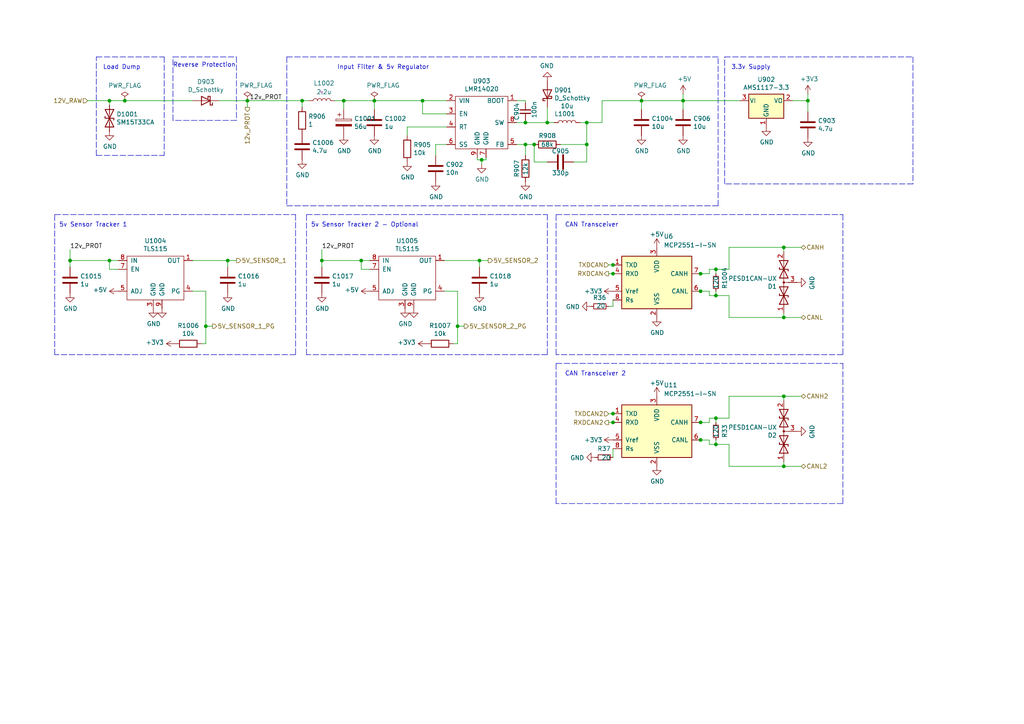
<source format=kicad_sch>
(kicad_sch (version 20211123) (generator eeschema)
  (paper "A4")
  (title_block (title "rusEfi Proteus") (date "2022-04-09") (rev "v0.7") (company "rusEFI") (comment 1 "github.com/mck1117/proteus") (comment 2 "rusefi.com/s/proteus"))
  (lib_symbols
    (symbol "Device:C" (pin_numbers hide) (pin_names (offset 0.254))
      (property "Reference" "C" (at 0.635 2.54 0))
      (property "Value" "C" (at 0.635 -2.54 0))
      (symbol "C_0_1"
        (polyline (pts (xy -2.032 -0.762) (xy 2.032 -0.762)) (stroke (width 0.508)))
        (polyline (pts (xy -2.032 0.762) (xy 2.032 0.762)) (stroke (width 0.508)))
      )
      (symbol "C_1_1"
        (pin passive line (at 0 3.81 270) (length 2.794) (name "~") (number "1"))
        (pin passive line (at 0 -3.81 90) (length 2.794) (name "~") (number "2"))
      )
    )
    (symbol "Device:CP" (pin_numbers hide) (pin_names (offset 0.254))
      (property "Reference" "C" (at 0.635 2.54 0))
      (property "Value" "Device_CP" (at 0.635 -2.54 0))
      (symbol "CP_0_1"
        (rectangle (start -2.286 0.508) (end 2.286 1.016))
        (polyline (pts (xy -1.778 2.286) (xy -0.762 2.286)))
        (polyline (pts (xy -1.27 2.794) (xy -1.27 1.778)))
        (rectangle (start 2.286 -0.508) (end -2.286 -1.016) (fill (type outline)))
      )
      (symbol "CP_1_1"
        (pin passive line (at 0 3.81 270) (length 2.794) (name "~") (number "1"))
        (pin passive line (at 0 -3.81 90) (length 2.794) (name "~") (number "2"))
      )
    )
    (symbol "Device:C_Small" (pin_numbers hide) (pin_names (offset 0.254) hide)
      (property "Reference" "C" (at 0.254 1.778 0))
      (property "Value" "C_Small" (at 0.254 -2.032 0))
      (symbol "C_Small_0_1"
        (polyline (pts (xy -1.524 -0.508) (xy 1.524 -0.508)) (stroke (width 0.3302)))
        (polyline (pts (xy -1.524 0.508) (xy 1.524 0.508)) (stroke (width 0.3048)))
      )
      (symbol "C_Small_1_1"
        (pin passive line (at 0 2.54 270) (length 2.032) (name "~") (number "1"))
        (pin passive line (at 0 -2.54 90) (length 2.032) (name "~") (number "2"))
      )
    )
    (symbol "Device:D_Schottky" (pin_numbers hide) (pin_names (offset 1.016) hide)
      (property "Reference" "D" (at 0 2.54 0))
      (property "Value" "D_Schottky" (at 0 -2.54 0))
      (symbol "D_Schottky_0_1"
        (polyline (pts (xy 1.27 0) (xy -1.27 0)))
        (polyline (pts (xy 1.27 1.27) (xy 1.27 -1.27) (xy -1.27 0) (xy 1.27 1.27)) (stroke (width 0.254)))
        (polyline (pts (xy -1.905 0.635) (xy -1.905 1.27) (xy -1.27 1.27) (xy -1.27 -1.27) (xy -0.635 -1.27) (xy -0.635 -0.635)) (stroke (width 0.254)))
      )
      (symbol "D_Schottky_1_1"
        (pin passive line (at -3.81 0 0) (length 2.54) (name "K") (number "1"))
        (pin passive line (at 3.81 0 180) (length 2.54) (name "A") (number "2"))
      )
    )
    (symbol "Device:D_TVS" (pin_numbers hide) (pin_names (offset 1.016) hide)
      (property "Reference" "D" (at 0 2.54 0))
      (property "Value" "D_TVS" (at 0 -2.54 0))
      (symbol "D_TVS_0_1"
        (polyline (pts (xy 1.27 0) (xy -1.27 0)))
        (polyline (pts (xy 0.508 1.27) (xy 0 1.27) (xy 0 -1.27) (xy -0.508 -1.27)) (stroke (width 0.254)))
        (polyline (pts (xy -2.54 1.27) (xy -2.54 -1.27) (xy 2.54 1.27) (xy 2.54 -1.27) (xy -2.54 1.27)) (stroke (width 0.254)))
      )
      (symbol "D_TVS_1_1"
        (pin passive line (at -3.81 0 0) (length 2.54) (name "A1") (number "1"))
        (pin passive line (at 3.81 0 180) (length 2.54) (name "A2") (number "2"))
      )
    )
    (symbol "Device:D_TVS_x2_AAC" (pin_names (offset 1.016) hide)
      (property "Reference" "D" (at 0 4.445 0))
      (property "Value" "Device_D_TVS_x2_AAC" (at 0 2.54 0))
      (symbol "D_TVS_x2_AAC_0_0"
        (polyline (pts (xy 0 -1.27) (xy 0 0)))
      )
      (symbol "D_TVS_x2_AAC_0_1"
        (polyline (pts (xy -6.35 0) (xy 6.35 0)))
        (polyline (pts (xy -3.302 1.27) (xy -3.81 1.27) (xy -3.81 -1.27) (xy -4.318 -1.27)) (stroke (width 0.254)))
        (polyline (pts (xy 4.318 1.27) (xy 3.81 1.27) (xy 3.81 -1.27) (xy 3.302 -1.27)) (stroke (width 0.254)))
        (polyline (pts (xy -6.35 1.27) (xy -1.27 -1.27) (xy -1.27 1.27) (xy -6.35 -1.27) (xy -6.35 1.27)) (stroke (width 0.254)))
        (polyline (pts (xy 6.35 1.27) (xy 1.27 -1.27) (xy 1.27 1.27) (xy 6.35 -1.27) (xy 6.35 1.27)) (stroke (width 0.254)))
        (circle (center 0 0) (radius 0.254) (fill (type outline)))
      )
      (symbol "D_TVS_x2_AAC_1_1"
        (pin passive line (at -8.89 0 0) (length 2.54) (name "A1") (number "1"))
        (pin passive line (at 8.89 0 180) (length 2.54) (name "A2") (number "2"))
        (pin input line (at 0 -3.81 90) (length 2.54) (name "common") (number "3"))
      )
    )
    (symbol "Device:L" (pin_numbers hide) (pin_names (offset 1.016) hide)
      (property "Reference" "L" (at -1.27 0 90))
      (property "Value" "L" (at 1.905 0 90))
      (symbol "L_0_1"
        (arc (start 0 -2.54) (mid 0.635 -1.905) (end 0 -1.27))
        (arc (start 0 -1.27) (mid 0.635 -0.635) (end 0 0))
        (arc (start 0 0) (mid 0.635 0.635) (end 0 1.27))
        (arc (start 0 1.27) (mid 0.635 1.905) (end 0 2.54))
      )
      (symbol "L_1_1"
        (pin passive line (at 0 3.81 270) (length 1.27) (name "1") (number "1"))
        (pin passive line (at 0 -3.81 90) (length 1.27) (name "2") (number "2"))
      )
    )
    (symbol "Device:R" (pin_numbers hide) (pin_names (offset 0))
      (property "Reference" "R" (at 2.032 0 90))
      (property "Value" "R" (at 0 0 90))
      (symbol "R_0_1"
        (rectangle (start -1.016 -2.54) (end 1.016 2.54) (stroke (width 0.254)))
      )
      (symbol "R_1_1"
        (pin passive line (at 0 3.81 270) (length 1.27) (name "~") (number "1"))
        (pin passive line (at 0 -3.81 90) (length 1.27) (name "~") (number "2"))
      )
    )
    (symbol "Device:R_Small" (pin_numbers hide) (pin_names (offset 0.254) hide)
      (property "Reference" "R" (at 0.762 0.508 0))
      (property "Value" "R_Small" (at 0.762 -1.016 0))
      (symbol "R_Small_0_1"
        (rectangle (start -0.762 1.778) (end 0.762 -1.778) (stroke (width 0.2032)))
      )
      (symbol "R_Small_1_1"
        (pin passive line (at 0 2.54 270) (length 0.762) (name "~") (number "1"))
        (pin passive line (at 0 -2.54 90) (length 0.762) (name "~") (number "2"))
      )
    )
    (symbol "Interface_CAN_LIN:MCP2551-I-SN" (pin_names (offset 1.016))
      (property "Reference" "U" (at -10.16 8.89 0))
      (property "Value" "MCP2551-I-SN" (at 2.54 8.89 0))
      (symbol "MCP2551-I-SN_0_1"
        (rectangle (start -10.16 7.62) (end 10.16 -7.62) (stroke (width 0.254)) (fill (type background)))
      )
      (symbol "MCP2551-I-SN_1_1"
        (pin input line (at -12.7 5.08 0) (length 2.54) (name "TXD") (number "1"))
        (pin power_in line (at 0 -10.16 90) (length 2.54) (name "VSS") (number "2"))
        (pin power_in line (at 0 10.16 270) (length 2.54) (name "VDD") (number "3"))
        (pin output line (at -12.7 2.54 0) (length 2.54) (name "RXD") (number "4"))
        (pin power_out line (at -12.7 -2.54 0) (length 2.54) (name "Vref") (number "5"))
        (pin bidirectional line (at 12.7 -2.54 180) (length 2.54) (name "CANL") (number "6"))
        (pin bidirectional line (at 12.7 2.54 180) (length 2.54) (name "CANH") (number "7"))
        (pin input line (at -12.7 -5.08 0) (length 2.54) (name "Rs") (number "8"))
      )
    )
    (symbol "Regulator_Linear:AMS1117-3.3" (pin_names (offset 0.254))
      (property "Reference" "U" (at -3.81 3.175 0))
      (property "Value" "AMS1117-3.3" (at 0 3.175 0))
      (symbol "AMS1117-3.3_0_1"
        (rectangle (start -5.08 -5.08) (end 5.08 1.905) (stroke (width 0.254)) (fill (type background)))
      )
      (symbol "AMS1117-3.3_1_1"
        (pin power_in line (at 0 -7.62 90) (length 2.54) (name "GND") (number "1"))
        (pin power_out line (at 7.62 0 180) (length 2.54) (name "VO") (number "2"))
        (pin power_in line (at -7.62 0 0) (length 2.54) (name "VI") (number "3"))
      )
    )
    (symbol "infineon_psu:TLS115" (pin_names (offset 1.016))
      (property "Reference" "U" (at -6.35 -10.16 0))
      (property "Value" "TLS115" (at -3.81 5.08 0))
      (symbol "TLS115_0_1"
        (rectangle (start -7.62 3.81) (end 8.89 -8.89))
      )
      (symbol "TLS115_1_1"
        (pin output line (at 11.43 2.54 180) (length 2.54) (name "OUT") (number "1"))
        (pin no_connect line (at 0 0 0) (length 2.54) hide (name "~") (number "2"))
        (pin power_in line (at 0 -11.43 90) (length 2.54) (name "GND") (number "3"))
        (pin open_collector line (at 11.43 -6.35 180) (length 2.54) (name "PG") (number "4"))
        (pin input line (at -10.16 -6.35 0) (length 2.54) (name "ADJ") (number "5"))
        (pin no_connect line (at 0 -2.54 0) (length 2.54) hide (name "~") (number "6"))
        (pin input line (at -10.16 0 0) (length 2.54) (name "EN") (number "7"))
        (pin power_in line (at -10.16 2.54 0) (length 2.54) (name "IN") (number "8"))
        (pin power_in line (at 2.54 -11.43 90) (length 2.54) (name "GND") (number "9"))
      )
    )
    (symbol "lmr14020:LMR14020" (pin_names (offset 1.016))
      (property "Reference" "U" (at -3.81 -11.43 0))
      (property "Value" "LMR14020" (at 2.54 8.89 0))
      (symbol "LMR14020_0_1"
        (rectangle (start -5.08 -8.89) (end 10.16 6.35))
      )
      (symbol "LMR14020_1_1"
        (pin bidirectional line (at 12.7 5.08 180) (length 2.54) (name "BOOT") (number "1"))
        (pin power_in line (at -7.62 5.08 0) (length 2.54) (name "VIN") (number "2"))
        (pin input line (at -7.62 1.27 0) (length 2.54) (name "EN") (number "3"))
        (pin bidirectional line (at -7.62 -2.54 0) (length 2.54) (name "RT") (number "4"))
        (pin input line (at 12.7 -7.62 180) (length 2.54) (name "FB") (number "5"))
        (pin bidirectional line (at -7.62 -7.62 0) (length 2.54) (name "SS") (number "6"))
        (pin power_in line (at 3.81 -11.43 90) (length 2.54) (name "GND") (number "7"))
        (pin power_out line (at 12.7 -1.27 180) (length 2.54) (name "SW") (number "8"))
        (pin power_in line (at 1.27 -11.43 90) (length 2.54) (name "GND") (number "9"))
      )
    )
    (symbol "power:+3.3V" (power) (pin_names (offset 0))
      (property "Value" "+3.3V" (at 0 3.556 0))
      (symbol "+3.3V_0_1"
        (polyline (pts (xy -0.762 1.27) (xy 0 2.54)))
        (polyline (pts (xy 0 0) (xy 0 2.54)))
        (polyline (pts (xy 0 2.54) (xy 0.762 1.27)))
      )
      (symbol "+3.3V_1_1"
        (pin power_in line (at 0 0 90) (length 0) hide (name "+3V3") (number "1"))
      )
    )
    (symbol "power:+5V" (power) (pin_names (offset 0))
      (property "Value" "+5V" (at 0 3.556 0))
      (symbol "+5V_0_1"
        (polyline (pts (xy -0.762 1.27) (xy 0 2.54)))
        (polyline (pts (xy 0 0) (xy 0 2.54)))
        (polyline (pts (xy 0 2.54) (xy 0.762 1.27)))
      )
      (symbol "+5V_1_1"
        (pin power_in line (at 0 0 90) (length 0) hide (name "+5V") (number "1"))
      )
    )
    (symbol "power:GND" (power) (pin_names (offset 0))
      (property "Value" "GND" (at 0 -3.81 0))
      (symbol "GND_0_1"
        (polyline (pts (xy 0 0) (xy 0 -1.27) (xy 1.27 -1.27) (xy 0 -2.54) (xy -1.27 -1.27) (xy 0 -1.27)))
      )
      (symbol "GND_1_1"
        (pin power_in line (at 0 0 270) (length 0) hide (name "GND") (number "1"))
      )
    )
    (symbol "power:PWR_FLAG" (power) (pin_numbers hide) (pin_names (offset 0) hide)
      (property "Value" "PWR_FLAG" (at 0 3.81 0))
      (symbol "PWR_FLAG_0_0"
        (pin power_out line (at 0 0 90) (length 0) (name "pwr") (number "1"))
      )
      (symbol "PWR_FLAG_0_1"
        (polyline (pts (xy 0 0) (xy 0 1.27) (xy -1.016 1.905) (xy 0 2.54) (xy 1.016 1.905) (xy 0 1.27)))
      )
    )
  )
  (junction (at 36.195 29.21))
  (junction (at 203.1939 79.3912))
  (junction (at 108.585 29.21))
  (junction (at 170.18 35.56))
  (junction (at 122.555 29.21))
  (junction (at 152.4 41.91))
  (junction (at 139.7 46.355))
  (junction (at 207.645 78.105))
  (junction (at 177.7939 79.3912))
  (junction (at 20.32 75.565))
  (junction (at 203.1992 127.596))
  (junction (at 227.33 114.935))
  (junction (at 207.645 128.905))
  (junction (at 227.33 92.075))
  (junction (at 87.63 29.21))
  (junction (at 66.04 75.565))
  (junction (at 59.69 94.615))
  (junction (at 104.775 75.565))
  (junction (at 158.75 35.56))
  (junction (at 198.12 29.21))
  (junction (at 132.715 94.615))
  (junction (at 186.055 29.21))
  (junction (at 93.345 75.565))
  (junction (at 139.065 75.565))
  (junction (at 99.695 29.21))
  (junction (at 177.7992 119.976))
  (junction (at 177.7992 122.516))
  (junction (at 207.645 85.725))
  (junction (at 234.315 29.21))
  (junction (at 31.75 75.565))
  (junction (at 170.18 41.91))
  (junction (at 71.755 29.21))
  (junction (at 152.4 35.56))
  (junction (at 207.645 121.285))
  (junction (at 227.33 71.755))
  (junction (at 154.94 41.91))
  (junction (at 203.1939 84.4712))
  (junction (at 203.1992 122.516))
  (junction (at 227.33 135.255))
  (junction (at 177.7939 76.8512))
  (junction (at 31.75 29.21))
  (wire (pts (xy 205.74 127.635) (xy 205.74 128.905)))
  (wire (pts (xy 177.7939 87.0112) (xy 177.7939 88.8557)))
  (polyline (pts (xy 158.75 102.87) (xy 88.9 102.87)))
  (wire (pts (xy 132.715 84.455) (xy 132.715 94.615)))
  (wire (pts (xy 207.645 121.285) (xy 211.455 121.285)))
  (wire (pts (xy 229.87 29.21) (xy 234.315 29.21)))
  (wire (pts (xy 170.18 41.91) (xy 170.18 46.99)))
  (polyline (pts (xy 161.29 146.05) (xy 161.29 105.41)))
  (wire (pts (xy 227.33 71.755) (xy 211.455 71.755)))
  (polyline (pts (xy 158.75 62.23) (xy 158.75 102.87)))
  (wire (pts (xy 99.695 29.21) (xy 99.695 31.75)))
  (polyline (pts (xy 88.9 62.23) (xy 158.75 62.23)))
  (wire (pts (xy 176.53 122.555) (xy 177.8 122.555)))
  (wire (pts (xy 36.195 29.21) (xy 31.75 29.21)))
  (wire (pts (xy 68.58 75.565) (xy 66.04 75.565)))
  (wire (pts (xy 134.62 94.615) (xy 132.715 94.615)))
  (wire (pts (xy 61.595 94.615) (xy 59.69 94.615)))
  (wire (pts (xy 152.4 41.91) (xy 152.4 45.085)))
  (wire (pts (xy 207.645 78.105) (xy 205.74 78.105)))
  (polyline (pts (xy 50.165 16.51) (xy 68.58 16.51)))
  (wire (pts (xy 152.4 41.91) (xy 154.94 41.91)))
  (wire (pts (xy 152.4 34.925) (xy 152.4 35.56)))
  (wire (pts (xy 205.74 79.375) (xy 205.74 78.105)))
  (wire (pts (xy 232.41 114.935) (xy 227.33 114.935)))
  (wire (pts (xy 211.455 128.905) (xy 207.645 128.905)))
  (wire (pts (xy 140.97 46.355) (xy 140.97 45.72)))
  (wire (pts (xy 108.585 29.21) (xy 122.555 29.21)))
  (polyline (pts (xy 27.94 45.085) (xy 27.94 16.51)))
  (wire (pts (xy 203.2 122.555) (xy 205.74 122.555)))
  (wire (pts (xy 207.645 78.105) (xy 211.455 78.105)))
  (wire (pts (xy 31.75 78.105) (xy 31.75 75.565)))
  (wire (pts (xy 126.365 45.085) (xy 126.365 41.91)))
  (wire (pts (xy 87.63 29.21) (xy 87.63 31.115)))
  (polyline (pts (xy 208.28 16.51) (xy 83.185 16.51)))
  (wire (pts (xy 132.715 99.695) (xy 132.715 94.615)))
  (wire (pts (xy 138.43 46.355) (xy 139.7 46.355)))
  (wire (pts (xy 174.625 35.56) (xy 174.625 29.21)))
  (wire (pts (xy 131.445 99.695) (xy 132.715 99.695)))
  (wire (pts (xy 107.315 78.105) (xy 104.775 78.105)))
  (wire (pts (xy 55.88 75.565) (xy 66.04 75.565)))
  (wire (pts (xy 227.33 71.755) (xy 227.33 73.025)))
  (wire (pts (xy 211.455 85.725) (xy 207.645 85.725)))
  (polyline (pts (xy 88.9 102.87) (xy 88.9 62.23)))
  (wire (pts (xy 227.33 135.255) (xy 211.455 135.255)))
  (polyline (pts (xy 264.795 16.51) (xy 264.795 53.34)))
  (wire (pts (xy 198.12 27.305) (xy 198.12 29.21)))
  (wire (pts (xy 162.56 41.91) (xy 170.18 41.91)))
  (wire (pts (xy 227.33 92.075) (xy 211.455 92.075)))
  (polyline (pts (xy 208.28 59.69) (xy 208.28 16.51)))
  (wire (pts (xy 122.555 29.21) (xy 122.555 33.02)))
  (polyline (pts (xy 210.185 53.34) (xy 210.185 16.51)))
  (wire (pts (xy 170.18 35.56) (xy 174.625 35.56)))
  (wire (pts (xy 152.4 29.21) (xy 152.4 29.845)))
  (wire (pts (xy 139.7 46.355) (xy 140.97 46.355)))
  (polyline (pts (xy 210.185 16.51) (xy 264.795 16.51)))
  (wire (pts (xy 177.8 120.015) (xy 176.53 120.015)))
  (wire (pts (xy 154.94 46.99) (xy 154.94 41.91)))
  (wire (pts (xy 99.695 29.21) (xy 108.585 29.21)))
  (wire (pts (xy 177.8 76.835) (xy 176.53 76.835)))
  (wire (pts (xy 176.53 79.375) (xy 177.8 79.375)))
  (wire (pts (xy 207.645 79.375) (xy 207.645 78.105)))
  (wire (pts (xy 203.2 84.455) (xy 205.74 84.455)))
  (wire (pts (xy 108.585 31.75) (xy 108.585 29.21)))
  (wire (pts (xy 227.33 92.075) (xy 227.33 90.805)))
  (wire (pts (xy 234.315 27.305) (xy 234.315 29.21)))
  (polyline (pts (xy 244.475 105.41) (xy 244.475 146.05)))
  (polyline (pts (xy 47.625 16.51) (xy 47.625 45.085)))
  (wire (pts (xy 118.11 36.83) (xy 129.54 36.83)))
  (wire (pts (xy 55.88 84.455) (xy 59.69 84.455)))
  (polyline (pts (xy 85.725 62.23) (xy 85.725 102.87)))
  (polyline (pts (xy 27.94 16.51) (xy 47.625 16.51)))
  (polyline (pts (xy 83.185 59.69) (xy 208.28 59.69)))
  (wire (pts (xy 58.42 99.695) (xy 59.69 99.695)))
  (wire (pts (xy 227.33 114.935) (xy 227.33 116.205)))
  (wire (pts (xy 227.33 135.255) (xy 227.33 133.985)))
  (wire (pts (xy 207.645 121.285) (xy 205.74 121.285)))
  (wire (pts (xy 186.055 29.21) (xy 198.12 29.21)))
  (wire (pts (xy 63.5 29.21) (xy 71.755 29.21)))
  (wire (pts (xy 198.12 29.21) (xy 198.12 31.75)))
  (wire (pts (xy 232.41 71.755) (xy 227.33 71.755)))
  (wire (pts (xy 118.11 39.37) (xy 118.11 36.83)))
  (wire (pts (xy 97.155 29.21) (xy 99.695 29.21)))
  (polyline (pts (xy 83.185 16.51) (xy 83.185 59.69)))
  (wire (pts (xy 20.32 77.47) (xy 20.32 75.565)))
  (polyline (pts (xy 244.475 146.05) (xy 161.29 146.05)))
  (wire (pts (xy 128.905 75.565) (xy 139.065 75.565)))
  (wire (pts (xy 186.055 29.21) (xy 186.055 31.75)))
  (wire (pts (xy 122.555 29.21) (xy 129.54 29.21)))
  (polyline (pts (xy 161.29 105.41) (xy 244.475 105.41)))
  (wire (pts (xy 34.29 78.105) (xy 31.75 78.105)))
  (wire (pts (xy 149.86 41.91) (xy 152.4 41.91)))
  (wire (pts (xy 211.455 135.255) (xy 211.455 128.905)))
  (wire (pts (xy 31.75 75.565) (xy 34.29 75.565)))
  (wire (pts (xy 87.63 29.21) (xy 89.535 29.21)))
  (wire (pts (xy 93.345 72.39) (xy 93.345 75.565)))
  (wire (pts (xy 211.455 114.935) (xy 211.455 121.285)))
  (wire (pts (xy 139.065 75.565) (xy 139.065 77.47)))
  (wire (pts (xy 93.345 77.47) (xy 93.345 75.565)))
  (wire (pts (xy 126.365 41.91) (xy 129.54 41.91)))
  (wire (pts (xy 31.75 29.21) (xy 31.75 30.48)))
  (wire (pts (xy 170.18 41.91) (xy 170.18 35.56)))
  (wire (pts (xy 207.645 84.455) (xy 207.645 85.725)))
  (wire (pts (xy 207.645 127.635) (xy 207.645 128.905)))
  (polyline (pts (xy 15.875 102.87) (xy 15.875 62.23)))
  (wire (pts (xy 207.645 128.905) (xy 205.74 128.905)))
  (wire (pts (xy 122.555 33.02) (xy 129.54 33.02)))
  (wire (pts (xy 158.75 46.99) (xy 154.94 46.99)))
  (wire (pts (xy 128.905 84.455) (xy 132.715 84.455)))
  (polyline (pts (xy 50.165 34.925) (xy 50.165 16.51)))
  (wire (pts (xy 20.32 75.565) (xy 31.75 75.565)))
  (polyline (pts (xy 15.875 62.23) (xy 85.725 62.23)))
  (wire (pts (xy 232.41 92.075) (xy 227.33 92.075)))
  (wire (pts (xy 177.7992 130.136) (xy 177.7992 132.663)))
  (polyline (pts (xy 85.725 102.87) (xy 15.875 102.87)))
  (wire (pts (xy 149.86 29.21) (xy 152.4 29.21)))
  (wire (pts (xy 59.69 99.695) (xy 59.69 94.615)))
  (wire (pts (xy 149.86 35.56) (xy 152.4 35.56)))
  (wire (pts (xy 104.775 78.105) (xy 104.775 75.565)))
  (wire (pts (xy 25.4 29.21) (xy 31.75 29.21)))
  (polyline (pts (xy 161.29 62.23) (xy 244.475 62.23)))
  (wire (pts (xy 207.645 85.725) (xy 205.74 85.725)))
  (wire (pts (xy 207.645 122.555) (xy 207.645 121.285)))
  (polyline (pts (xy 27.94 45.085) (xy 47.625 45.085)))
  (wire (pts (xy 168.275 35.56) (xy 170.18 35.56)))
  (wire (pts (xy 55.88 29.21) (xy 36.195 29.21)))
  (wire (pts (xy 71.755 29.21) (xy 87.63 29.21)))
  (wire (pts (xy 174.625 29.21) (xy 186.055 29.21)))
  (polyline (pts (xy 68.58 16.51) (xy 68.58 34.925)))
  (wire (pts (xy 211.455 71.755) (xy 211.455 78.105)))
  (wire (pts (xy 198.12 29.21) (xy 214.63 29.21)))
  (wire (pts (xy 205.74 84.455) (xy 205.74 85.725)))
  (wire (pts (xy 158.75 35.56) (xy 160.655 35.56)))
  (wire (pts (xy 211.455 92.075) (xy 211.455 85.725)))
  (wire (pts (xy 66.04 75.565) (xy 66.04 77.47)))
  (wire (pts (xy 59.69 84.455) (xy 59.69 94.615)))
  (wire (pts (xy 234.315 29.21) (xy 234.315 32.385)))
  (wire (pts (xy 141.605 75.565) (xy 139.065 75.565)))
  (wire (pts (xy 205.74 122.555) (xy 205.74 121.285)))
  (wire (pts (xy 138.43 45.72) (xy 138.43 46.355)))
  (wire (pts (xy 232.41 135.255) (xy 227.33 135.255)))
  (wire (pts (xy 93.345 75.565) (xy 104.775 75.565)))
  (polyline (pts (xy 244.475 102.87) (xy 161.29 102.87)))
  (wire (pts (xy 227.33 114.935) (xy 211.455 114.935)))
  (wire (pts (xy 104.775 75.565) (xy 107.315 75.565)))
  (wire (pts (xy 139.7 47.625) (xy 139.7 46.355)))
  (wire (pts (xy 20.32 72.39) (xy 20.32 75.565)))
  (polyline (pts (xy 68.58 34.925) (xy 50.165 34.925)))
  (wire (pts (xy 203.2 79.375) (xy 205.74 79.375)))
  (wire (pts (xy 170.18 46.99) (xy 166.37 46.99)))
  (wire (pts (xy 152.4 35.56) (xy 158.75 35.56)))
  (wire (pts (xy 203.2 127.635) (xy 205.74 127.635)))
  (wire (pts (xy 158.75 31.115) (xy 158.75 35.56)))
  (wire (pts (xy 71.755 31.115) (xy 71.755 29.21)))
  (polyline (pts (xy 244.475 62.23) (xy 244.475 102.87)))
  (polyline (pts (xy 161.29 102.87) (xy 161.29 62.23)))
  (polyline (pts (xy 264.795 53.34) (xy 210.185 53.34)))
  (wire (pts (xy 177.7939 88.8557) (xy 176.518 88.8557)))
  (text "5v Sensor Tracker 1" (at 17.145 66.04 0) (effects (font (size 1.27 1.27)) (justify left bottom)))
  (text "CAN Transceiver" (at 163.83 66.04 0) (effects (font (size 1.27 1.27)) (justify left bottom)))
  (text "Load Dump" (at 29.845 20.32 0) (effects (font (size 1.27 1.27)) (justify left bottom)))
  (text "Input Filter & 5v Regulator" (at 97.79 20.32 0) (effects (font (size 1.27 1.27)) (justify left bottom)))
  (text "Reverse Protection" (at 50.165 19.685 0) (effects (font (size 1.27 1.27)) (justify left bottom)))
  (text "3.3v Supply" (at 212.09 20.32 0) (effects (font (size 1.27 1.27)) (justify left bottom)))
  (text "5v Sensor Tracker 2 - Optional" (at 90.17 66.04 0) (effects (font (size 1.27 1.27)) (justify left bottom)))
  (text "CAN Transceiver 2" (at 163.83 109.22 0) (effects (font (size 1.27 1.27)) (justify left bottom)))
  (label "12v_PROT" (at 20.32 72.39 0))
  (label "12v_PROT" (at 72.39 29.21 0))
  (label "12v_PROT" (at 93.345 72.39 0))
  (hierarchical_label "RXDCAN" (shape output) (at 176.53 79.375 180))
  (hierarchical_label "5V_SENSOR_2_PG" (shape output) (at 134.62 94.615 0))
  (hierarchical_label "5V_SENSOR_1" (shape output) (at 68.58 75.565 0))
  (hierarchical_label "12V_RAW" (shape input) (at 25.4 29.21 180))
  (hierarchical_label "TXDCAN2" (shape input) (at 176.53 120.015 180))
  (hierarchical_label "12v_PROT" (shape output) (at 71.755 31.115 270))
  (hierarchical_label "CANL" (shape bidirectional) (at 232.41 92.075 0))
  (hierarchical_label "5V_SENSOR_1_PG" (shape output) (at 61.595 94.615 0))
  (hierarchical_label "CANH" (shape bidirectional) (at 232.41 71.755 0))
  (hierarchical_label "CANH2" (shape bidirectional) (at 232.41 114.935 0))
  (hierarchical_label "5V_SENSOR_2" (shape output) (at 141.605 75.565 0))
  (hierarchical_label "TXDCAN" (shape input) (at 176.53 76.835 180))
  (hierarchical_label "CANL2" (shape bidirectional) (at 232.41 135.255 0))
  (hierarchical_label "RXDCAN2" (shape output) (at 176.53 122.555 180))
  (symbol (lib_id "Device:L") (at 164.465 35.56 90) (unit 1)
    (property "Reference" "L1001" (at 163.83 33.02 90))
    (property "Value" "10u" (at 164.465 30.734 90))
    (property "Footprint" "sunlord-MWSA0503:MWSA0503" (effects hide))
    (property "LCSC" "C408412" (effects hide))
    (property "LCSC_ext" "1" (effects hide))
    (property "possible_not_ext" "1" (effects hide))
  )
  (symbol (lib_id "Device:C") (at 186.055 35.56 0) (unit 1)
    (property "Reference" "C1004" (at 188.976 34.3916 0) (effects (justify left)))
    (property "Value" "10u" (at 188.976 36.703 0) (effects (justify left)))
    (property "Footprint" "Capacitor_SMD:C_1206_3216Metric" (effects hide))
    (property "LCSC" "C13585" (effects hide))
    (property "LCSC_ext" "0" (effects hide))
  )
  (symbol (lib_id "power:GND") (at 186.055 39.37 0) (unit 1)
    (property "Reference" "#PWR0102" (effects hide))
    (property "Value" "GND" (at 186.182 43.7642 0))
  )
  (symbol (lib_id "power:GND") (at 99.695 39.37 0) (unit 1)
    (property "Reference" "#PWR0103" (effects hide))
    (property "Value" "GND" (at 99.822 43.7642 0))
  )
  (symbol (lib_id "power:+5V") (at 198.12 27.305 0) (unit 1)
    (property "Reference" "#PWR0105" (effects hide))
    (property "Value" "+5V" (at 198.501 22.9108 0))
  )
  (symbol (lib_id "Device:C") (at 108.585 35.56 0) (unit 1)
    (property "Reference" "C1002" (at 111.506 34.3916 0) (effects (justify left)))
    (property "Value" "1u" (at 111.506 36.703 0) (effects (justify left)))
    (property "Footprint" "Capacitor_SMD:C_0603_1608Metric" (effects hide))
    (property "LCSC" "C15849" (effects hide))
    (property "LCSC_ext" "0" (effects hide))
  )
  (symbol (lib_id "power:GND") (at 108.585 39.37 0) (unit 1)
    (property "Reference" "#PWR0106" (effects hide))
    (property "Value" "GND" (at 108.712 43.7642 0))
  )
  (symbol (lib_id "Device:R_Small") (at 207.645 81.915 0) (mirror y) (unit 1)
    (property "Reference" "R1004" (at 210.185 83.82 90) (effects (justify left)))
    (property "Value" "120" (at 207.645 83.82 90) (effects (justify left)))
    (property "Footprint" "Resistor_SMD:R_0603_1608Metric" (effects hide))
    (property "LCSC" "C22787" (effects hide))
    (property "LCSC_ext" "0" (effects hide))
  )
  (symbol (lib_id "Device:D_TVS") (at 31.75 34.29 270) (unit 1)
    (property "Reference" "D1001" (at 33.7566 33.1216 90) (effects (justify left)))
    (property "Value" "SM15T33CA" (at 33.7566 35.433 90) (effects (justify left)))
    (property "Footprint" "Diode_SMD:D_SMC" (effects hide))
    (property "PN" "SM15T33CA" (effects hide))
    (property "LCSC" "C151281" (effects hide))
    (property "LCSC_ext" "1" (effects hide))
    (property "possible_not_ext" "1" (effects hide))
  )
  (symbol (lib_id "power:GND") (at 31.75 38.1 0) (unit 1)
    (property "Reference" "#PWR01001" (effects hide))
    (property "Value" "GND" (at 31.877 42.4942 0))
  )
  (symbol (lib_id "Device:CP") (at 99.695 35.56 0) (unit 1)
    (property "Reference" "C1001" (at 102.6922 34.3916 0) (effects (justify left)))
    (property "Value" "56u" (at 102.6922 36.703 0) (effects (justify left)))
    (property "Footprint" "Capacitor_THT:CP_Radial_D8.0mm_P3.50mm" (effects hide))
    (property "PN" "EEH-AZF1H560B" (effects hide))
    (property "LCSC" "N/A" (effects hide))
  )
  (symbol (lib_id "power:+3.3V") (at 234.315 27.305 0) (unit 1)
    (property "Reference" "#PWR01017" (effects hide))
    (property "Value" "+3.3V" (at 234.696 22.9108 0))
  )
  (symbol (lib_id "Device:L") (at 93.345 29.21 90) (unit 1)
    (property "Reference" "L1002" (at 93.98 24.13 90))
    (property "Value" "2.2u" (at 93.98 26.67 90))
    (property "Footprint" "Inductor_SMD:L_1210_3225Metric" (effects hide))
    (property "Datasheet" "~" (at 93.345 26.67 90))
    (property "PN" "SRN3015TA-2R2M" (effects hide))
    (property "LCSC" "C36828" (effects hide))
    (property "LCSC_ext" "1" (effects hide))
    (property "possible_not_ext" "1" (effects hide))
  )
  (symbol (lib_id "Device:C") (at 87.63 42.545 0) (unit 1)
    (property "Reference" "C1006" (at 90.551 41.3766 0) (effects (justify left)))
    (property "Value" "4.7u" (at 90.551 43.688 0) (effects (justify left)))
    (property "Footprint" "Capacitor_SMD:C_0603_1608Metric" (effects hide))
    (property "LCSC" "C19666" (effects hide))
    (property "LCSC_ext" "0" (effects hide))
  )
  (symbol (lib_id "power:GND") (at 87.63 46.355 0) (unit 1)
    (property "Reference" "#PWR0111" (effects hide))
    (property "Value" "GND" (at 87.757 50.7492 0))
  )
  (symbol (lib_id "infineon_psu:TLS115") (at 44.45 78.105 0) (unit 1)
    (property "Reference" "U1004" (at 45.085 69.85 0))
    (property "Value" "TLS115" (at 45.085 72.1614 0))
    (property "Footprint" "Package_SO:Infineon_PG-DSO-8-43" (effects hide))
    (property "PN" "TLS115D0E" (effects hide))
    (property "LCSC" "N/A" (effects hide))
  )
  (symbol (lib_id "power:+5V") (at 34.29 84.455 90) (unit 1)
    (property "Reference" "#PWR01028" (effects hide))
    (property "Value" "+5V" (at 31.0388 84.074 90) (effects (justify left)))
  )
  (symbol (lib_id "power:GND") (at 44.45 89.535 0) (unit 1)
    (property "Reference" "#PWR01034" (effects hide))
    (property "Value" "GND" (at 44.577 93.9292 0))
  )
  (symbol (lib_id "power:GND") (at 46.99 89.535 0) (unit 1)
    (property "Reference" "#PWR01035" (effects hide))
    (property "Value" "GND" (effects hide))
  )
  (symbol (lib_id "Device:C") (at 66.04 81.28 0) (unit 1)
    (property "Reference" "C1016" (at 68.961 80.1116 0) (effects (justify left)))
    (property "Value" "1u" (at 68.961 82.423 0) (effects (justify left)))
    (property "Footprint" "Capacitor_SMD:C_0603_1608Metric" (effects hide))
    (property "LCSC" "C15849" (effects hide))
    (property "LCSC_ext" "0" (effects hide))
  )
  (symbol (lib_id "power:GND") (at 66.04 85.09 0) (unit 1)
    (property "Reference" "#PWR01031" (effects hide))
    (property "Value" "GND" (at 66.167 89.4842 0))
  )
  (symbol (lib_id "Device:C") (at 20.32 81.28 0) (unit 1)
    (property "Reference" "C1015" (at 23.241 80.1116 0) (effects (justify left)))
    (property "Value" "1u" (at 23.241 82.423 0) (effects (justify left)))
    (property "Footprint" "Capacitor_SMD:C_0603_1608Metric" (effects hide))
    (property "LCSC" "C15849" (effects hide))
    (property "LCSC_ext" "0" (effects hide))
  )
  (symbol (lib_id "power:GND") (at 20.32 85.09 0) (unit 1)
    (property "Reference" "#PWR01030" (effects hide))
    (property "Value" "GND" (at 20.447 89.4842 0))
  )
  (symbol (lib_id "Device:R") (at 54.61 99.695 270) (unit 1)
    (property "Reference" "R1006" (at 54.61 94.4372 90))
    (property "Value" "10k" (at 54.61 96.7486 90))
    (property "Footprint" "Resistor_SMD:R_0402_1005Metric" (effects hide))
    (property "LCSC" "C25744" (effects hide))
    (property "LCSC_ext" "0" (effects hide))
  )
  (symbol (lib_id "power:+3.3V") (at 50.8 99.695 90) (unit 1)
    (property "Reference" "#PWR01038" (effects hide))
    (property "Value" "+3.3V" (at 47.5488 99.314 90) (effects (justify left)))
  )
  (symbol (lib_id "Device:D_Schottky") (at 59.69 29.21 180) (unit 1)
    (property "Reference" "D903" (at 59.69 23.7236 0))
    (property "Value" "D_Schottky" (at 59.69 26.035 0))
    (property "Footprint" "Diode_SMD:D_SMA" (effects hide))
    (property "LCSC" "C8678" (effects hide))
    (property "LCSC_ext" "0" (effects hide))
  )
  (symbol (lib_id "power:+5V") (at 107.315 84.455 90) (unit 1)
    (property "Reference" "#PWR01029" (effects hide))
    (property "Value" "+5V" (at 104.0638 84.074 90) (effects (justify left)))
  )
  (symbol (lib_id "power:GND") (at 117.475 89.535 0) (unit 1)
    (property "Reference" "#PWR01036" (effects hide))
    (property "Value" "GND" (at 117.602 93.9292 0))
  )
  (symbol (lib_id "power:GND") (at 120.015 89.535 0) (unit 1)
    (property "Reference" "#PWR01037" (effects hide))
    (property "Value" "GND" (effects hide))
  )
  (symbol (lib_id "Device:C") (at 139.065 81.28 0) (unit 1)
    (property "Reference" "C1018" (at 141.986 80.1116 0) (effects (justify left)))
    (property "Value" "1u" (at 141.986 82.423 0) (effects (justify left)))
    (property "Footprint" "Capacitor_SMD:C_0603_1608Metric" (effects hide))
    (property "LCSC" "C15849" (effects hide))
    (property "LCSC_ext" "0" (effects hide))
  )
  (symbol (lib_id "power:GND") (at 139.065 85.09 0) (unit 1)
    (property "Reference" "#PWR01033" (effects hide))
    (property "Value" "GND" (at 139.192 89.4842 0))
  )
  (symbol (lib_id "Device:C") (at 93.345 81.28 0) (unit 1)
    (property "Reference" "C1017" (at 96.266 80.1116 0) (effects (justify left)))
    (property "Value" "1u" (at 96.266 82.423 0) (effects (justify left)))
    (property "Footprint" "Capacitor_SMD:C_0603_1608Metric" (effects hide))
    (property "LCSC" "C15849" (effects hide))
    (property "LCSC_ext" "0" (effects hide))
  )
  (symbol (lib_id "power:GND") (at 93.345 85.09 0) (unit 1)
    (property "Reference" "#PWR01032" (effects hide))
    (property "Value" "GND" (at 93.472 89.4842 0))
  )
  (symbol (lib_id "infineon_psu:TLS115") (at 117.475 78.105 0) (unit 1)
    (property "Reference" "U1005" (at 118.11 69.85 0))
    (property "Value" "TLS115" (at 118.11 72.1614 0))
    (property "Footprint" "Package_SO:Infineon_PG-DSO-8-43" (effects hide))
    (property "PN" "TLS115D0E" (effects hide))
    (property "LCSC" "N/A" (effects hide))
  )
  (symbol (lib_id "power:+3.3V") (at 123.825 99.695 90) (unit 1)
    (property "Reference" "#PWR01039" (effects hide))
    (property "Value" "+3.3V" (at 120.5738 99.314 90) (effects (justify left)))
  )
  (symbol (lib_id "Device:R") (at 127.635 99.695 270) (unit 1)
    (property "Reference" "R1007" (at 127.635 94.4372 90))
    (property "Value" "10k" (at 127.635 96.7486 90))
    (property "Footprint" "Resistor_SMD:R_0402_1005Metric" (effects hide))
    (property "LCSC" "C25744" (effects hide))
    (property "LCSC_ext" "0" (effects hide))
  )
  (symbol (lib_id "Device:C") (at 234.315 36.195 0) (unit 1)
    (property "Reference" "C903" (at 237.236 35.0266 0) (effects (justify left)))
    (property "Value" "4.7u" (at 237.236 37.338 0) (effects (justify left)))
    (property "Footprint" "Capacitor_SMD:C_0603_1608Metric" (effects hide))
    (property "LCSC" "C19666" (effects hide))
    (property "LCSC_ext" "0" (effects hide))
  )
  (symbol (lib_id "power:GND") (at 234.315 40.005 0) (unit 1)
    (property "Reference" "#PWR0243" (effects hide))
    (property "Value" "GND" (at 234.442 44.3992 0))
  )
  (symbol (lib_id "Device:D_TVS_x2_AAC") (at 227.33 81.915 90) (unit 1)
    (property "Reference" "D1" (at 225.3488 83.0834 90) (effects (justify left)))
    (property "Value" "PESD1CAN-UX" (at 225.3488 80.772 90) (effects (justify left)))
    (property "Footprint" "Package_TO_SOT_SMD:SOT-323_SC-70" (effects hide))
    (property "PN" "PESD1CAN-UX" (effects hide))
    (property "LCSC" "C152727" (effects hide))
    (property "LCSC_ext" "1" (effects hide))
  )
  (symbol (lib_id "power:PWR_FLAG") (at 71.755 29.21 0) (unit 1)
    (property "Reference" "#FLG0101" (effects hide))
    (property "Value" "PWR_FLAG" (at 74.295 24.765 0))
  )
  (symbol (lib_id "power:PWR_FLAG") (at 36.195 29.21 0) (unit 1)
    (property "Reference" "#FLG0102" (effects hide))
    (property "Value" "PWR_FLAG" (at 36.195 24.8158 0))
  )
  (symbol (lib_id "power:GND") (at 231.14 81.915 90) (mirror x) (unit 1)
    (property "Reference" "#PWR0253" (effects hide))
    (property "Value" "GND" (at 235.5342 82.042 0))
  )
  (symbol (lib_id "power:PWR_FLAG") (at 108.585 29.21 0) (unit 1)
    (property "Reference" "#FLG0104" (effects hide))
    (property "Value" "PWR_FLAG" (at 111.125 24.765 0))
  )
  (symbol (lib_id "Device:R") (at 87.63 34.925 0) (unit 1)
    (property "Reference" "R906" (at 89.408 33.7566 0) (effects (justify left)))
    (property "Value" "1" (at 89.408 36.068 0) (effects (justify left)))
    (property "Footprint" "Resistor_SMD:R_0402_1005Metric" (effects hide))
    (property "LCSC" "C25086" (effects hide))
    (property "LCSC_ext" "0" (effects hide))
  )
  (symbol (lib_id "lmr14020:LMR14020") (at 137.16 34.29 0) (unit 1)
    (property "Reference" "U903" (at 139.7 23.495 0))
    (property "Value" "LMR14020" (at 139.7 25.8064 0))
    (property "Footprint" "Package_SO:SOIC-8-1EP_3.9x4.9mm_P1.27mm_EP2.29x3mm" (effects hide))
    (property "LCSC" "C187824" (effects hide))
    (property "LCSC_ext" "1" (effects hide))
    (property "PN" "LMR14020" (effects hide))
    (property "possible_not_ext" "0" (effects hide))
  )
  (symbol (lib_id "Device:C_Small") (at 152.4 32.385 0) (unit 1)
    (property "Reference" "C904" (at 149.86 34.925 90) (effects (justify left)))
    (property "Value" "100n" (at 154.94 34.29 90) (effects (justify left)))
    (property "Footprint" "Capacitor_SMD:C_0603_1608Metric" (effects hide))
    (property "LCSC" "C14663" (effects hide))
    (property "LCSC_ext" "0" (effects hide))
  )
  (symbol (lib_id "Device:R") (at 158.75 41.91 90) (unit 1)
    (property "Reference" "R908" (at 158.75 39.37 90))
    (property "Value" "68k" (at 158.75 41.91 90))
    (property "Footprint" "Resistor_SMD:R_0402_1005Metric" (effects hide))
    (property "LCSC" "C36871" (effects hide))
  )
  (symbol (lib_id "Device:R") (at 152.4 48.895 0) (unit 1)
    (property "Reference" "R907" (at 149.86 51.435 90) (effects (justify left)))
    (property "Value" "12k" (at 152.4 50.8 90) (effects (justify left)))
    (property "Footprint" "Resistor_SMD:R_0402_1005Metric" (effects hide))
    (property "LCSC" "C25752" (effects hide))
  )
  (symbol (lib_id "power:GND") (at 152.4 52.705 0) (unit 1)
    (property "Reference" "#PWR0108" (effects hide))
    (property "Value" "GND" (at 152.527 57.0992 0))
  )
  (symbol (lib_id "power:GND") (at 139.7 47.625 0) (unit 1)
    (property "Reference" "#PWR0109" (effects hide))
    (property "Value" "GND" (at 139.827 52.0192 0))
  )
  (symbol (lib_id "Device:C") (at 162.56 46.99 270) (unit 1)
    (property "Reference" "C905" (at 162.56 43.815 90))
    (property "Value" "330p" (at 162.56 50.165 90))
    (property "Footprint" "Capacitor_SMD:C_0402_1005Metric" (effects hide))
    (property "LCSC" "C13533" (effects hide))
    (property "LCSC_ext" "0" (effects hide))
  )
  (symbol (lib_id "Device:R") (at 118.11 43.18 0) (unit 1)
    (property "Reference" "R905" (at 119.888 42.0116 0) (effects (justify left)))
    (property "Value" "10k" (at 119.888 44.323 0) (effects (justify left)))
    (property "Footprint" "Resistor_SMD:R_0402_1005Metric" (effects hide))
    (property "LCSC" "C25744" (effects hide))
    (property "LCSC_ext" "0" (effects hide))
  )
  (symbol (lib_id "power:GND") (at 118.11 46.99 0) (unit 1)
    (property "Reference" "#PWR0223" (effects hide))
    (property "Value" "GND" (at 118.237 51.3842 0))
  )
  (symbol (lib_id "Device:C") (at 126.365 48.895 0) (unit 1)
    (property "Reference" "C902" (at 129.286 47.7266 0) (effects (justify left)))
    (property "Value" "10n" (at 129.286 50.038 0) (effects (justify left)))
    (property "Footprint" "Capacitor_SMD:C_0603_1608Metric" (effects hide))
    (property "LCSC" "C57112" (effects hide))
    (property "LCSC_ext" "0" (effects hide))
  )
  (symbol (lib_id "power:GND") (at 126.365 52.705 0) (unit 1)
    (property "Reference" "#PWR0224" (effects hide))
    (property "Value" "GND" (at 126.492 57.0992 0))
  )
  (symbol (lib_id "Device:D_Schottky") (at 158.75 27.305 90) (unit 1)
    (property "Reference" "D901" (at 160.7566 26.1366 90) (effects (justify right)))
    (property "Value" "D_Schottky" (at 160.7566 28.448 90) (effects (justify right)))
    (property "Footprint" "Diode_SMD:D_SMA" (effects hide))
    (property "LCSC" "C8678" (effects hide))
    (property "LCSC_ext" "0" (effects hide))
  )
  (symbol (lib_id "power:GND") (at 158.75 23.495 180) (unit 1)
    (property "Reference" "#PWR0228" (effects hide))
    (property "Value" "GND" (at 158.623 19.1008 0))
  )
  (symbol (lib_id "power:GND") (at 190.4939 92.0912 0) (unit 1)
    (property "Reference" "#PWR0287" (effects hide))
    (property "Value" "GND" (at 190.6209 96.4854 0))
  )
  (symbol (lib_id "power:+5V") (at 190.4939 71.7712 0) (unit 1)
    (property "Reference" "#PWR0288" (effects hide))
    (property "Value" "+5V" (at 190.4939 67.9612 0))
  )
  (symbol (lib_id "power:+3.3V") (at 177.7939 84.4712 90) (unit 1)
    (property "Reference" "#PWR0289" (effects hide))
    (property "Value" "+3.3V" (at 172.0789 84.4712 90))
  )
  (symbol (lib_id "power:PWR_FLAG") (at 186.055 29.21 0) (unit 1)
    (property "Reference" "#FLG0109" (effects hide))
    (property "Value" "PWR_FLAG" (at 188.595 24.765 0))
  )
  (symbol (lib_id "Device:C") (at 198.12 35.56 0) (unit 1)
    (property "Reference" "C906" (at 201.041 34.3916 0) (effects (justify left)))
    (property "Value" "10u" (at 201.041 36.703 0) (effects (justify left)))
    (property "Footprint" "Capacitor_SMD:C_1206_3216Metric" (effects hide))
    (property "LCSC" "C13585" (effects hide))
    (property "LCSC_ext" "0" (effects hide))
  )
  (symbol (lib_id "power:GND") (at 222.25 36.83 0) (unit 1)
    (property "Reference" "#PWR0227" (effects hide))
    (property "Value" "GND" (at 222.377 41.2242 0))
  )
  (symbol (lib_id "power:GND") (at 198.12 39.37 0) (unit 1)
    (property "Reference" "#PWR0310" (effects hide))
    (property "Value" "GND" (at 198.247 43.7642 0))
  )
  (symbol (lib_id "Regulator_Linear:AMS1117-3.3") (at 222.25 29.21 0) (unit 1)
    (property "Reference" "U902" (at 222.25 23.0632 0))
    (property "Value" "AMS1117-3.3" (at 222.25 25.3746 0))
    (property "Footprint" "Package_TO_SOT_SMD:SOT-223-3_TabPin2" (effects hide))
    (property "Datasheet" "http://www.advanced-monolithic.com/pdf/ds1117.pdf" (effects hide))
    (property "LCSC" "C6186" (effects hide))
    (property "LCSC_ext" "0" (effects hide))
  )
  (symbol (lib_id "Device:R_Small") (at 207.645 125.095 0) (mirror y) (unit 1)
    (property "Reference" "R33" (at 210.185 127 90) (effects (justify left)))
    (property "Value" "120" (at 207.645 127 90) (effects (justify left)))
    (property "Footprint" "Resistor_SMD:R_0603_1608Metric" (effects hide))
    (property "LCSC" "C22787" (effects hide))
    (property "LCSC_ext" "0" (effects hide))
  )
  (symbol (lib_id "Device:D_TVS_x2_AAC") (at 227.33 125.095 90) (unit 1)
    (property "Reference" "D2" (at 225.3488 126.2634 90) (effects (justify left)))
    (property "Value" "PESD1CAN-UX" (at 225.3488 123.952 90) (effects (justify left)))
    (property "Footprint" "Package_TO_SOT_SMD:SOT-323_SC-70" (effects hide))
    (property "PN" "PESD1CAN-UX" (effects hide))
    (property "LCSC" "C152727" (effects hide))
    (property "LCSC_ext" "1" (effects hide))
  )
  (symbol (lib_id "power:GND") (at 231.14 125.095 90) (mirror x) (unit 1)
    (property "Reference" "#PWR0316" (effects hide))
    (property "Value" "GND" (at 235.5342 125.222 0))
  )
  (symbol (lib_id "power:GND") (at 190.4992 135.216 0) (unit 1)
    (property "Reference" "#PWR0317" (effects hide))
    (property "Value" "GND" (at 190.6262 139.6102 0))
  )
  (symbol (lib_id "power:+5V") (at 190.4992 114.896 0) (unit 1)
    (property "Reference" "#PWR0318" (effects hide))
    (property "Value" "+5V" (at 190.4992 111.086 0))
  )
  (symbol (lib_id "power:+3.3V") (at 177.7992 127.596 90) (unit 1)
    (property "Reference" "#PWR0319" (effects hide))
    (property "Value" "+3.3V" (at 172.0842 127.596 90))
  )
  (symbol (lib_id "power:GND") (at 171.438 88.8557 270) (unit 1)
    (property "Reference" "#PWR0141" (effects hide))
    (property "Value" "GND" (at 168.1868 88.9827 90) (effects (justify right)))
  )
  (symbol (lib_id "Device:R_Small") (at 173.978 88.8557 90) (mirror x) (unit 1)
    (property "Reference" "R36" (at 175.883 86.3157 90) (effects (justify left)))
    (property "Value" "20" (at 175.6038 88.7091 90) (effects (justify left)))
    (property "Footprint" "Resistor_SMD:R_0603_1608Metric" (effects hide))
    (property "LCSC" "C22787" (effects hide))
    (property "LCSC_ext" "0" (effects hide))
  )
  (symbol (lib_id "Device:R_Small") (at 175.2592 132.663 90) (mirror x) (unit 1)
    (property "Reference" "R37" (at 177.1642 130.123 90) (effects (justify left)))
    (property "Value" "20" (at 177.113 132.7277 90) (effects (justify left)))
    (property "Footprint" "Resistor_SMD:R_0603_1608Metric" (effects hide))
    (property "LCSC" "C22787" (effects hide))
    (property "LCSC_ext" "0" (effects hide))
  )
  (symbol (lib_id "Interface_CAN_LIN:MCP2551-I-SN") (at 190.4992 125.056 0) (unit 1)
    (property "Reference" "U11" (at 192.5186 111.6805 0) (effects (justify left)))
    (property "Value" "MCP2551-I-SN" (at 192.5186 114.2205 0) (effects (justify left)))
    (property "Footprint" "Package_SO:SOIC-8_3.9x4.9mm_P1.27mm" (effects hide))
    (property "Datasheet" "http://ww1.microchip.com/downloads/en/devicedoc/21667d.pdf" (effects hide))
  )
  (symbol (lib_id "Interface_CAN_LIN:MCP2551-I-SN") (at 190.4939 81.9312 0) (unit 1)
    (property "Reference" "U6" (at 192.5133 68.5557 0) (effects (justify left)))
    (property "Value" "MCP2551-I-SN" (at 192.5133 71.0957 0) (effects (justify left)))
    (property "Footprint" "Package_SO:SOIC-8_3.9x4.9mm_P1.27mm" (effects hide))
    (property "Datasheet" "http://ww1.microchip.com/downloads/en/devicedoc/21667d.pdf" (effects hide))
  )
  (symbol (lib_id "power:GND") (at 172.7192 132.663 270) (unit 1)
    (property "Reference" "#PWR0153" (effects hide))
    (property "Value" "GND" (at 169.468 132.79 90) (effects (justify right)))
  )
)
</source>
